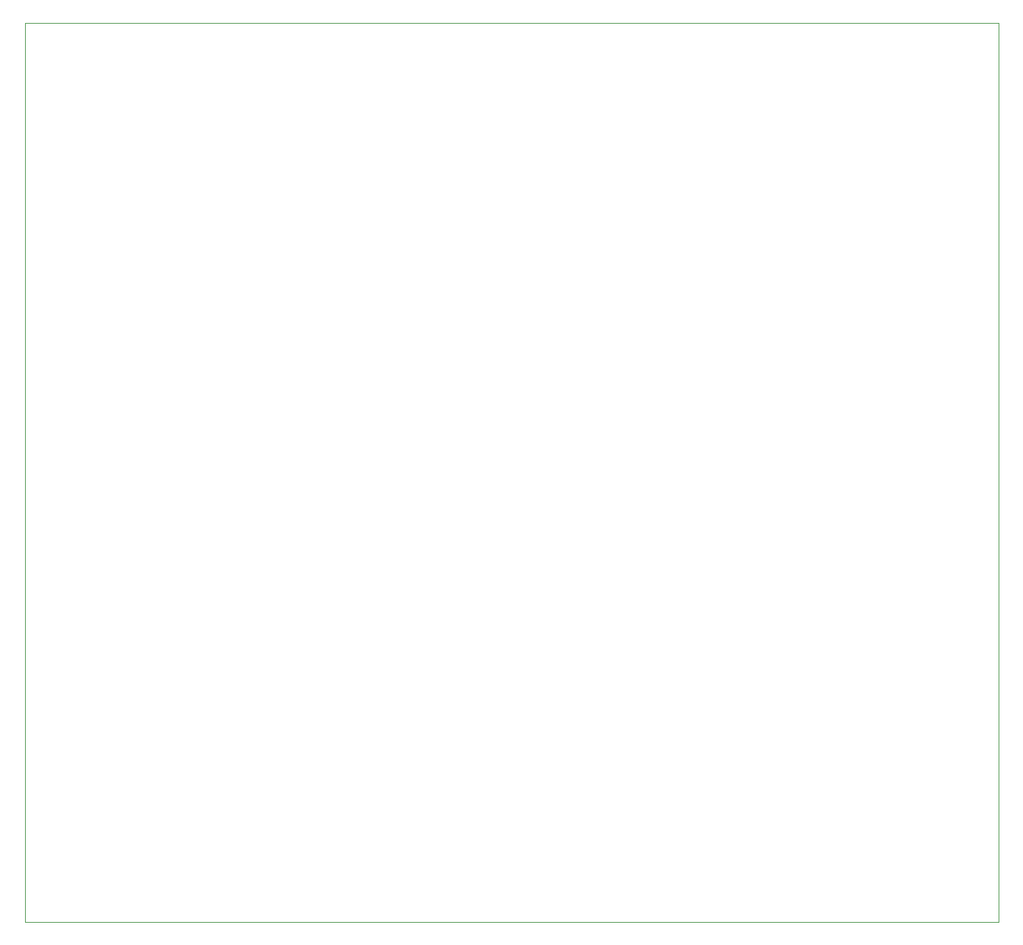
<source format=gbr>
G04 #@! TF.GenerationSoftware,KiCad,Pcbnew,(5.1.10)-1*
G04 #@! TF.CreationDate,2021-08-14T13:08:27-07:00*
G04 #@! TF.ProjectId,be6502x,62653635-3032-4782-9e6b-696361645f70,1*
G04 #@! TF.SameCoordinates,Original*
G04 #@! TF.FileFunction,Profile,NP*
%FSLAX46Y46*%
G04 Gerber Fmt 4.6, Leading zero omitted, Abs format (unit mm)*
G04 Created by KiCad (PCBNEW (5.1.10)-1) date 2021-08-14 13:08:27*
%MOMM*%
%LPD*%
G01*
G04 APERTURE LIST*
G04 #@! TA.AperFunction,Profile*
%ADD10C,0.100000*%
G04 #@! TD*
G04 APERTURE END LIST*
D10*
X151130000Y-39560500D02*
X151130000Y-148907500D01*
X32766000Y-39560500D02*
X151130000Y-39560500D01*
X32766000Y-148907500D02*
X32766000Y-39560500D01*
X151130000Y-148907500D02*
X32766000Y-148907500D01*
M02*

</source>
